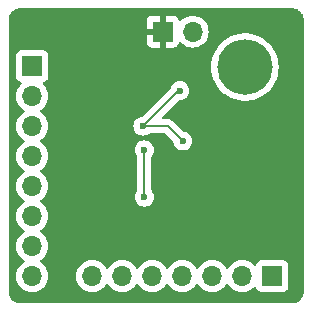
<source format=gbr>
%TF.GenerationSoftware,KiCad,Pcbnew,8.0.6-1.fc41*%
%TF.CreationDate,2024-12-07T12:30:27-05:00*%
%TF.ProjectId,AD5676_breakout,41443536-3736-45f6-9272-65616b6f7574,rev?*%
%TF.SameCoordinates,Original*%
%TF.FileFunction,Copper,L2,Bot*%
%TF.FilePolarity,Positive*%
%FSLAX46Y46*%
G04 Gerber Fmt 4.6, Leading zero omitted, Abs format (unit mm)*
G04 Created by KiCad (PCBNEW 8.0.6-1.fc41) date 2024-12-07 12:30:27*
%MOMM*%
%LPD*%
G01*
G04 APERTURE LIST*
%TA.AperFunction,ComponentPad*%
%ADD10R,1.700000X1.700000*%
%TD*%
%TA.AperFunction,ComponentPad*%
%ADD11O,1.700000X1.700000*%
%TD*%
%TA.AperFunction,ComponentPad*%
%ADD12C,4.700000*%
%TD*%
%TA.AperFunction,ViaPad*%
%ADD13C,0.600000*%
%TD*%
%TA.AperFunction,Conductor*%
%ADD14C,0.200000*%
%TD*%
G04 APERTURE END LIST*
D10*
%TO.P,J2,1,Pin_1*%
%TO.N,RESET*%
X159820000Y-106200000D03*
D11*
%TO.P,J2,2,Pin_2*%
%TO.N,MISO*%
X157280000Y-106200000D03*
%TO.P,J2,3,Pin_3*%
%TO.N,LDAC*%
X154740000Y-106200000D03*
%TO.P,J2,4,Pin_4*%
%TO.N,CS*%
X152200000Y-106200000D03*
%TO.P,J2,5,Pin_5*%
%TO.N,SCLK*%
X149660000Y-106200000D03*
%TO.P,J2,6,Pin_6*%
%TO.N,MOSI*%
X147120000Y-106200000D03*
%TO.P,J2,7,Pin_7*%
%TO.N,3v3*%
X144580000Y-106200000D03*
%TD*%
D12*
%TO.P,H1,1*%
%TO.N,N/C*%
X157500000Y-88500000D03*
%TD*%
D10*
%TO.P,J1,1,Pin_1*%
%TO.N,AOUT1*%
X139500000Y-88420000D03*
D11*
%TO.P,J1,2,Pin_2*%
%TO.N,AOUT2*%
X139500000Y-90960000D03*
%TO.P,J1,3,Pin_3*%
%TO.N,AOUT3*%
X139500000Y-93500000D03*
%TO.P,J1,4,Pin_4*%
%TO.N,AOUT4*%
X139500000Y-96040000D03*
%TO.P,J1,5,Pin_5*%
%TO.N,AOUT5*%
X139500000Y-98580000D03*
%TO.P,J1,6,Pin_6*%
%TO.N,AOUT6*%
X139500000Y-101120000D03*
%TO.P,J1,7,Pin_7*%
%TO.N,AOUT7*%
X139500000Y-103660000D03*
%TO.P,J1,8,Pin_8*%
%TO.N,AOUT8*%
X139500000Y-106200000D03*
%TD*%
D10*
%TO.P,J3,1,Pin_1*%
%TO.N,GND*%
X150540000Y-85490000D03*
D11*
%TO.P,J3,2,Pin_2*%
%TO.N,5v*%
X153080000Y-85490000D03*
%TD*%
D13*
%TO.N,GND*%
X146250000Y-98000000D03*
X146000000Y-92000000D03*
X154694485Y-97805515D03*
%TO.N,5v*%
X152000000Y-90500000D03*
X148861502Y-93500000D03*
X152250000Y-94750000D03*
%TO.N,3v3*%
X149000000Y-99500000D03*
X148994000Y-95500000D03*
%TD*%
D14*
%TO.N,5v*%
X151000000Y-93500000D02*
X148861502Y-93500000D01*
X152000000Y-90500000D02*
X151861502Y-90500000D01*
X151861502Y-90500000D02*
X148861502Y-93500000D01*
X152250000Y-94750000D02*
X151000000Y-93500000D01*
%TO.N,3v3*%
X148994000Y-99494000D02*
X149000000Y-99500000D01*
X148994000Y-95500000D02*
X148994000Y-99494000D01*
%TD*%
%TA.AperFunction,Conductor*%
%TO.N,GND*%
G36*
X161501509Y-83500037D02*
G01*
X161507232Y-83500177D01*
X161587583Y-83502145D01*
X161608728Y-83504490D01*
X161779013Y-83538362D01*
X161802261Y-83545413D01*
X161961257Y-83611272D01*
X161982692Y-83622730D01*
X162125775Y-83718335D01*
X162144565Y-83733756D01*
X162266243Y-83855434D01*
X162281664Y-83874224D01*
X162377269Y-84017307D01*
X162388728Y-84038745D01*
X162436856Y-84154936D01*
X162454583Y-84197731D01*
X162461639Y-84220993D01*
X162495508Y-84391266D01*
X162497854Y-84412419D01*
X162499963Y-84498488D01*
X162500000Y-84501526D01*
X162500000Y-107498473D01*
X162499963Y-107501511D01*
X162497854Y-107587580D01*
X162495508Y-107608733D01*
X162461639Y-107779006D01*
X162454583Y-107802268D01*
X162388728Y-107961254D01*
X162377269Y-107982692D01*
X162281664Y-108125775D01*
X162266243Y-108144565D01*
X162144565Y-108266243D01*
X162125775Y-108281664D01*
X161982692Y-108377269D01*
X161961254Y-108388728D01*
X161802268Y-108454583D01*
X161779006Y-108461639D01*
X161608733Y-108495508D01*
X161587580Y-108497854D01*
X161504250Y-108499895D01*
X161501509Y-108499963D01*
X161498473Y-108500000D01*
X138501527Y-108500000D01*
X138498490Y-108499963D01*
X138412420Y-108497854D01*
X138391266Y-108495508D01*
X138220993Y-108461639D01*
X138197731Y-108454583D01*
X138038745Y-108388728D01*
X138017307Y-108377269D01*
X137874224Y-108281664D01*
X137855434Y-108266243D01*
X137733756Y-108144565D01*
X137718335Y-108125775D01*
X137622730Y-107982692D01*
X137611271Y-107961254D01*
X137545413Y-107802261D01*
X137538362Y-107779013D01*
X137504490Y-107608728D01*
X137502145Y-107587583D01*
X137500037Y-107501509D01*
X137500000Y-107498473D01*
X137500000Y-90959999D01*
X138144341Y-90959999D01*
X138144341Y-90960000D01*
X138164936Y-91195403D01*
X138164938Y-91195413D01*
X138226094Y-91423655D01*
X138226096Y-91423659D01*
X138226097Y-91423663D01*
X138325965Y-91637830D01*
X138325967Y-91637834D01*
X138461501Y-91831395D01*
X138461506Y-91831402D01*
X138628597Y-91998493D01*
X138628603Y-91998498D01*
X138814158Y-92128425D01*
X138857783Y-92183002D01*
X138864977Y-92252500D01*
X138833454Y-92314855D01*
X138814158Y-92331575D01*
X138628597Y-92461505D01*
X138461505Y-92628597D01*
X138325965Y-92822169D01*
X138325964Y-92822171D01*
X138226098Y-93036335D01*
X138226094Y-93036344D01*
X138164938Y-93264586D01*
X138164936Y-93264596D01*
X138144341Y-93499999D01*
X138144341Y-93500000D01*
X138164936Y-93735403D01*
X138164938Y-93735413D01*
X138226094Y-93963655D01*
X138226096Y-93963659D01*
X138226097Y-93963663D01*
X138290206Y-94101145D01*
X138325965Y-94177830D01*
X138325967Y-94177834D01*
X138461501Y-94371395D01*
X138461506Y-94371402D01*
X138628597Y-94538493D01*
X138628603Y-94538498D01*
X138814158Y-94668425D01*
X138857783Y-94723002D01*
X138864977Y-94792500D01*
X138833454Y-94854855D01*
X138814158Y-94871575D01*
X138628597Y-95001505D01*
X138461505Y-95168597D01*
X138325965Y-95362169D01*
X138325964Y-95362171D01*
X138226098Y-95576335D01*
X138226094Y-95576344D01*
X138164938Y-95804586D01*
X138164936Y-95804596D01*
X138144341Y-96039999D01*
X138144341Y-96040000D01*
X138164936Y-96275403D01*
X138164938Y-96275413D01*
X138226094Y-96503655D01*
X138226096Y-96503659D01*
X138226097Y-96503663D01*
X138325965Y-96717830D01*
X138325967Y-96717834D01*
X138461501Y-96911395D01*
X138461506Y-96911402D01*
X138628597Y-97078493D01*
X138628603Y-97078498D01*
X138814158Y-97208425D01*
X138857783Y-97263002D01*
X138864977Y-97332500D01*
X138833454Y-97394855D01*
X138814158Y-97411575D01*
X138628597Y-97541505D01*
X138461505Y-97708597D01*
X138325965Y-97902169D01*
X138325964Y-97902171D01*
X138226098Y-98116335D01*
X138226094Y-98116344D01*
X138164938Y-98344586D01*
X138164936Y-98344596D01*
X138144341Y-98579999D01*
X138144341Y-98580000D01*
X138164936Y-98815403D01*
X138164938Y-98815413D01*
X138226094Y-99043655D01*
X138226096Y-99043659D01*
X138226097Y-99043663D01*
X138275905Y-99150476D01*
X138325965Y-99257830D01*
X138325967Y-99257834D01*
X138461501Y-99451395D01*
X138461506Y-99451402D01*
X138628597Y-99618493D01*
X138628603Y-99618498D01*
X138814158Y-99748425D01*
X138857783Y-99803002D01*
X138864977Y-99872500D01*
X138833454Y-99934855D01*
X138814158Y-99951575D01*
X138628597Y-100081505D01*
X138461505Y-100248597D01*
X138325965Y-100442169D01*
X138325964Y-100442171D01*
X138226098Y-100656335D01*
X138226094Y-100656344D01*
X138164938Y-100884586D01*
X138164936Y-100884596D01*
X138144341Y-101119999D01*
X138144341Y-101120000D01*
X138164936Y-101355403D01*
X138164938Y-101355413D01*
X138226094Y-101583655D01*
X138226096Y-101583659D01*
X138226097Y-101583663D01*
X138325965Y-101797830D01*
X138325967Y-101797834D01*
X138461501Y-101991395D01*
X138461506Y-101991402D01*
X138628597Y-102158493D01*
X138628603Y-102158498D01*
X138814158Y-102288425D01*
X138857783Y-102343002D01*
X138864977Y-102412500D01*
X138833454Y-102474855D01*
X138814158Y-102491575D01*
X138628597Y-102621505D01*
X138461505Y-102788597D01*
X138325965Y-102982169D01*
X138325964Y-102982171D01*
X138226098Y-103196335D01*
X138226094Y-103196344D01*
X138164938Y-103424586D01*
X138164936Y-103424596D01*
X138144341Y-103659999D01*
X138144341Y-103660000D01*
X138164936Y-103895403D01*
X138164938Y-103895413D01*
X138226094Y-104123655D01*
X138226096Y-104123659D01*
X138226097Y-104123663D01*
X138325965Y-104337830D01*
X138325967Y-104337834D01*
X138461501Y-104531395D01*
X138461506Y-104531402D01*
X138628597Y-104698493D01*
X138628603Y-104698498D01*
X138814158Y-104828425D01*
X138857783Y-104883002D01*
X138864977Y-104952500D01*
X138833454Y-105014855D01*
X138814158Y-105031575D01*
X138628597Y-105161505D01*
X138461505Y-105328597D01*
X138325965Y-105522169D01*
X138325964Y-105522171D01*
X138226098Y-105736335D01*
X138226094Y-105736344D01*
X138164938Y-105964586D01*
X138164936Y-105964596D01*
X138144341Y-106199999D01*
X138144341Y-106200000D01*
X138164936Y-106435403D01*
X138164938Y-106435413D01*
X138226094Y-106663655D01*
X138226096Y-106663659D01*
X138226097Y-106663663D01*
X138230000Y-106672032D01*
X138325965Y-106877830D01*
X138325967Y-106877834D01*
X138434281Y-107032521D01*
X138461505Y-107071401D01*
X138628599Y-107238495D01*
X138725384Y-107306265D01*
X138822165Y-107374032D01*
X138822167Y-107374033D01*
X138822170Y-107374035D01*
X139036337Y-107473903D01*
X139264592Y-107535063D01*
X139441034Y-107550500D01*
X139499999Y-107555659D01*
X139500000Y-107555659D01*
X139500001Y-107555659D01*
X139558966Y-107550500D01*
X139735408Y-107535063D01*
X139963663Y-107473903D01*
X140177830Y-107374035D01*
X140371401Y-107238495D01*
X140538495Y-107071401D01*
X140674035Y-106877830D01*
X140773903Y-106663663D01*
X140835063Y-106435408D01*
X140855659Y-106200000D01*
X140855659Y-106199999D01*
X143224341Y-106199999D01*
X143224341Y-106200000D01*
X143244936Y-106435403D01*
X143244938Y-106435413D01*
X143306094Y-106663655D01*
X143306096Y-106663659D01*
X143306097Y-106663663D01*
X143310000Y-106672032D01*
X143405965Y-106877830D01*
X143405967Y-106877834D01*
X143514281Y-107032521D01*
X143541505Y-107071401D01*
X143708599Y-107238495D01*
X143805384Y-107306265D01*
X143902165Y-107374032D01*
X143902167Y-107374033D01*
X143902170Y-107374035D01*
X144116337Y-107473903D01*
X144344592Y-107535063D01*
X144521034Y-107550500D01*
X144579999Y-107555659D01*
X144580000Y-107555659D01*
X144580001Y-107555659D01*
X144638966Y-107550500D01*
X144815408Y-107535063D01*
X145043663Y-107473903D01*
X145257830Y-107374035D01*
X145451401Y-107238495D01*
X145618495Y-107071401D01*
X145748425Y-106885842D01*
X145803002Y-106842217D01*
X145872500Y-106835023D01*
X145934855Y-106866546D01*
X145951575Y-106885842D01*
X146081500Y-107071395D01*
X146081505Y-107071401D01*
X146248599Y-107238495D01*
X146345384Y-107306265D01*
X146442165Y-107374032D01*
X146442167Y-107374033D01*
X146442170Y-107374035D01*
X146656337Y-107473903D01*
X146884592Y-107535063D01*
X147061034Y-107550500D01*
X147119999Y-107555659D01*
X147120000Y-107555659D01*
X147120001Y-107555659D01*
X147178966Y-107550500D01*
X147355408Y-107535063D01*
X147583663Y-107473903D01*
X147797830Y-107374035D01*
X147991401Y-107238495D01*
X148158495Y-107071401D01*
X148288425Y-106885842D01*
X148343002Y-106842217D01*
X148412500Y-106835023D01*
X148474855Y-106866546D01*
X148491575Y-106885842D01*
X148621500Y-107071395D01*
X148621505Y-107071401D01*
X148788599Y-107238495D01*
X148885384Y-107306265D01*
X148982165Y-107374032D01*
X148982167Y-107374033D01*
X148982170Y-107374035D01*
X149196337Y-107473903D01*
X149424592Y-107535063D01*
X149601034Y-107550500D01*
X149659999Y-107555659D01*
X149660000Y-107555659D01*
X149660001Y-107555659D01*
X149718966Y-107550500D01*
X149895408Y-107535063D01*
X150123663Y-107473903D01*
X150337830Y-107374035D01*
X150531401Y-107238495D01*
X150698495Y-107071401D01*
X150828425Y-106885842D01*
X150883002Y-106842217D01*
X150952500Y-106835023D01*
X151014855Y-106866546D01*
X151031575Y-106885842D01*
X151161500Y-107071395D01*
X151161505Y-107071401D01*
X151328599Y-107238495D01*
X151425384Y-107306265D01*
X151522165Y-107374032D01*
X151522167Y-107374033D01*
X151522170Y-107374035D01*
X151736337Y-107473903D01*
X151964592Y-107535063D01*
X152141034Y-107550500D01*
X152199999Y-107555659D01*
X152200000Y-107555659D01*
X152200001Y-107555659D01*
X152258966Y-107550500D01*
X152435408Y-107535063D01*
X152663663Y-107473903D01*
X152877830Y-107374035D01*
X153071401Y-107238495D01*
X153238495Y-107071401D01*
X153368425Y-106885842D01*
X153423002Y-106842217D01*
X153492500Y-106835023D01*
X153554855Y-106866546D01*
X153571575Y-106885842D01*
X153701500Y-107071395D01*
X153701505Y-107071401D01*
X153868599Y-107238495D01*
X153965384Y-107306265D01*
X154062165Y-107374032D01*
X154062167Y-107374033D01*
X154062170Y-107374035D01*
X154276337Y-107473903D01*
X154504592Y-107535063D01*
X154681034Y-107550500D01*
X154739999Y-107555659D01*
X154740000Y-107555659D01*
X154740001Y-107555659D01*
X154798966Y-107550500D01*
X154975408Y-107535063D01*
X155203663Y-107473903D01*
X155417830Y-107374035D01*
X155611401Y-107238495D01*
X155778495Y-107071401D01*
X155908425Y-106885842D01*
X155963002Y-106842217D01*
X156032500Y-106835023D01*
X156094855Y-106866546D01*
X156111575Y-106885842D01*
X156241500Y-107071395D01*
X156241505Y-107071401D01*
X156408599Y-107238495D01*
X156505384Y-107306265D01*
X156602165Y-107374032D01*
X156602167Y-107374033D01*
X156602170Y-107374035D01*
X156816337Y-107473903D01*
X157044592Y-107535063D01*
X157221034Y-107550500D01*
X157279999Y-107555659D01*
X157280000Y-107555659D01*
X157280001Y-107555659D01*
X157338966Y-107550500D01*
X157515408Y-107535063D01*
X157743663Y-107473903D01*
X157957830Y-107374035D01*
X158151401Y-107238495D01*
X158273329Y-107116566D01*
X158334648Y-107083084D01*
X158404340Y-107088068D01*
X158460274Y-107129939D01*
X158477189Y-107160917D01*
X158526202Y-107292328D01*
X158526206Y-107292335D01*
X158612452Y-107407544D01*
X158612455Y-107407547D01*
X158727664Y-107493793D01*
X158727671Y-107493797D01*
X158862517Y-107544091D01*
X158862516Y-107544091D01*
X158869444Y-107544835D01*
X158922127Y-107550500D01*
X160717872Y-107550499D01*
X160777483Y-107544091D01*
X160912331Y-107493796D01*
X161027546Y-107407546D01*
X161113796Y-107292331D01*
X161164091Y-107157483D01*
X161170500Y-107097873D01*
X161170499Y-105302128D01*
X161164091Y-105242517D01*
X161162810Y-105239083D01*
X161113797Y-105107671D01*
X161113793Y-105107664D01*
X161027547Y-104992455D01*
X161027544Y-104992452D01*
X160912335Y-104906206D01*
X160912328Y-104906202D01*
X160777482Y-104855908D01*
X160777483Y-104855908D01*
X160717883Y-104849501D01*
X160717881Y-104849500D01*
X160717873Y-104849500D01*
X160717864Y-104849500D01*
X158922129Y-104849500D01*
X158922123Y-104849501D01*
X158862516Y-104855908D01*
X158727671Y-104906202D01*
X158727664Y-104906206D01*
X158612455Y-104992452D01*
X158612452Y-104992455D01*
X158526206Y-105107664D01*
X158526203Y-105107669D01*
X158477189Y-105239083D01*
X158435317Y-105295016D01*
X158369853Y-105319433D01*
X158301580Y-105304581D01*
X158273326Y-105283430D01*
X158151402Y-105161506D01*
X158151395Y-105161501D01*
X157957834Y-105025967D01*
X157957830Y-105025965D01*
X157957828Y-105025964D01*
X157743663Y-104926097D01*
X157743659Y-104926096D01*
X157743655Y-104926094D01*
X157515413Y-104864938D01*
X157515403Y-104864936D01*
X157280001Y-104844341D01*
X157279999Y-104844341D01*
X157044596Y-104864936D01*
X157044586Y-104864938D01*
X156816344Y-104926094D01*
X156816335Y-104926098D01*
X156602171Y-105025964D01*
X156602169Y-105025965D01*
X156408597Y-105161505D01*
X156241505Y-105328597D01*
X156111575Y-105514158D01*
X156056998Y-105557783D01*
X155987500Y-105564977D01*
X155925145Y-105533454D01*
X155908425Y-105514158D01*
X155778494Y-105328597D01*
X155611402Y-105161506D01*
X155611395Y-105161501D01*
X155417834Y-105025967D01*
X155417830Y-105025965D01*
X155417828Y-105025964D01*
X155203663Y-104926097D01*
X155203659Y-104926096D01*
X155203655Y-104926094D01*
X154975413Y-104864938D01*
X154975403Y-104864936D01*
X154740001Y-104844341D01*
X154739999Y-104844341D01*
X154504596Y-104864936D01*
X154504586Y-104864938D01*
X154276344Y-104926094D01*
X154276335Y-104926098D01*
X154062171Y-105025964D01*
X154062169Y-105025965D01*
X153868597Y-105161505D01*
X153701505Y-105328597D01*
X153571575Y-105514158D01*
X153516998Y-105557783D01*
X153447500Y-105564977D01*
X153385145Y-105533454D01*
X153368425Y-105514158D01*
X153238494Y-105328597D01*
X153071402Y-105161506D01*
X153071395Y-105161501D01*
X152877834Y-105025967D01*
X152877830Y-105025965D01*
X152877828Y-105025964D01*
X152663663Y-104926097D01*
X152663659Y-104926096D01*
X152663655Y-104926094D01*
X152435413Y-104864938D01*
X152435403Y-104864936D01*
X152200001Y-104844341D01*
X152199999Y-104844341D01*
X151964596Y-104864936D01*
X151964586Y-104864938D01*
X151736344Y-104926094D01*
X151736335Y-104926098D01*
X151522171Y-105025964D01*
X151522169Y-105025965D01*
X151328597Y-105161505D01*
X151161505Y-105328597D01*
X151031575Y-105514158D01*
X150976998Y-105557783D01*
X150907500Y-105564977D01*
X150845145Y-105533454D01*
X150828425Y-105514158D01*
X150698494Y-105328597D01*
X150531402Y-105161506D01*
X150531395Y-105161501D01*
X150337834Y-105025967D01*
X150337830Y-105025965D01*
X150337828Y-105025964D01*
X150123663Y-104926097D01*
X150123659Y-104926096D01*
X150123655Y-104926094D01*
X149895413Y-104864938D01*
X149895403Y-104864936D01*
X149660001Y-104844341D01*
X149659999Y-104844341D01*
X149424596Y-104864936D01*
X149424586Y-104864938D01*
X149196344Y-104926094D01*
X149196335Y-104926098D01*
X148982171Y-105025964D01*
X148982169Y-105025965D01*
X148788597Y-105161505D01*
X148621505Y-105328597D01*
X148491575Y-105514158D01*
X148436998Y-105557783D01*
X148367500Y-105564977D01*
X148305145Y-105533454D01*
X148288425Y-105514158D01*
X148158494Y-105328597D01*
X147991402Y-105161506D01*
X147991395Y-105161501D01*
X147797834Y-105025967D01*
X147797830Y-105025965D01*
X147797828Y-105025964D01*
X147583663Y-104926097D01*
X147583659Y-104926096D01*
X147583655Y-104926094D01*
X147355413Y-104864938D01*
X147355403Y-104864936D01*
X147120001Y-104844341D01*
X147119999Y-104844341D01*
X146884596Y-104864936D01*
X146884586Y-104864938D01*
X146656344Y-104926094D01*
X146656335Y-104926098D01*
X146442171Y-105025964D01*
X146442169Y-105025965D01*
X146248597Y-105161505D01*
X146081505Y-105328597D01*
X145951575Y-105514158D01*
X145896998Y-105557783D01*
X145827500Y-105564977D01*
X145765145Y-105533454D01*
X145748425Y-105514158D01*
X145618494Y-105328597D01*
X145451402Y-105161506D01*
X145451395Y-105161501D01*
X145257834Y-105025967D01*
X145257830Y-105025965D01*
X145257828Y-105025964D01*
X145043663Y-104926097D01*
X145043659Y-104926096D01*
X145043655Y-104926094D01*
X144815413Y-104864938D01*
X144815403Y-104864936D01*
X144580001Y-104844341D01*
X144579999Y-104844341D01*
X144344596Y-104864936D01*
X144344586Y-104864938D01*
X144116344Y-104926094D01*
X144116335Y-104926098D01*
X143902171Y-105025964D01*
X143902169Y-105025965D01*
X143708597Y-105161505D01*
X143541505Y-105328597D01*
X143405965Y-105522169D01*
X143405964Y-105522171D01*
X143306098Y-105736335D01*
X143306094Y-105736344D01*
X143244938Y-105964586D01*
X143244936Y-105964596D01*
X143224341Y-106199999D01*
X140855659Y-106199999D01*
X140835063Y-105964592D01*
X140773903Y-105736337D01*
X140674035Y-105522171D01*
X140668425Y-105514158D01*
X140538494Y-105328597D01*
X140371402Y-105161506D01*
X140371396Y-105161501D01*
X140185842Y-105031575D01*
X140142217Y-104976998D01*
X140135023Y-104907500D01*
X140166546Y-104845145D01*
X140185842Y-104828425D01*
X140208026Y-104812891D01*
X140371401Y-104698495D01*
X140538495Y-104531401D01*
X140674035Y-104337830D01*
X140773903Y-104123663D01*
X140835063Y-103895408D01*
X140855659Y-103660000D01*
X140835063Y-103424592D01*
X140773903Y-103196337D01*
X140674035Y-102982171D01*
X140538495Y-102788599D01*
X140538494Y-102788597D01*
X140371402Y-102621506D01*
X140371396Y-102621501D01*
X140185842Y-102491575D01*
X140142217Y-102436998D01*
X140135023Y-102367500D01*
X140166546Y-102305145D01*
X140185842Y-102288425D01*
X140208026Y-102272891D01*
X140371401Y-102158495D01*
X140538495Y-101991401D01*
X140674035Y-101797830D01*
X140773903Y-101583663D01*
X140835063Y-101355408D01*
X140855659Y-101120000D01*
X140835063Y-100884592D01*
X140773903Y-100656337D01*
X140674035Y-100442171D01*
X140538495Y-100248599D01*
X140538494Y-100248597D01*
X140371402Y-100081506D01*
X140371396Y-100081501D01*
X140185842Y-99951575D01*
X140142217Y-99896998D01*
X140135023Y-99827500D01*
X140166546Y-99765145D01*
X140185842Y-99748425D01*
X140208026Y-99732891D01*
X140371401Y-99618495D01*
X140538495Y-99451401D01*
X140674035Y-99257830D01*
X140773903Y-99043663D01*
X140835063Y-98815408D01*
X140855659Y-98580000D01*
X140835063Y-98344592D01*
X140773903Y-98116337D01*
X140674035Y-97902171D01*
X140538495Y-97708599D01*
X140538494Y-97708597D01*
X140371402Y-97541506D01*
X140371396Y-97541501D01*
X140185842Y-97411575D01*
X140142217Y-97356998D01*
X140135023Y-97287500D01*
X140166546Y-97225145D01*
X140185842Y-97208425D01*
X140208026Y-97192891D01*
X140371401Y-97078495D01*
X140538495Y-96911401D01*
X140674035Y-96717830D01*
X140773903Y-96503663D01*
X140835063Y-96275408D01*
X140855659Y-96040000D01*
X140835063Y-95804592D01*
X140773903Y-95576337D01*
X140738304Y-95499996D01*
X148188435Y-95499996D01*
X148188435Y-95500003D01*
X148208630Y-95679249D01*
X148208631Y-95679254D01*
X148268211Y-95849523D01*
X148364185Y-96002263D01*
X148366445Y-96005097D01*
X148367334Y-96007275D01*
X148367889Y-96008158D01*
X148367734Y-96008255D01*
X148392855Y-96069783D01*
X148393500Y-96082412D01*
X148393500Y-98925111D01*
X148373815Y-98992150D01*
X148372847Y-98993499D01*
X148274211Y-99150476D01*
X148214631Y-99320745D01*
X148214630Y-99320750D01*
X148194435Y-99499996D01*
X148194435Y-99500003D01*
X148214630Y-99679249D01*
X148214631Y-99679254D01*
X148274211Y-99849523D01*
X148274511Y-99850000D01*
X148370184Y-100002262D01*
X148497738Y-100129816D01*
X148650478Y-100225789D01*
X148820745Y-100285368D01*
X148820750Y-100285369D01*
X148999996Y-100305565D01*
X149000000Y-100305565D01*
X149000004Y-100305565D01*
X149179249Y-100285369D01*
X149179252Y-100285368D01*
X149179255Y-100285368D01*
X149349522Y-100225789D01*
X149502262Y-100129816D01*
X149629816Y-100002262D01*
X149725789Y-99849522D01*
X149785368Y-99679255D01*
X149805565Y-99500000D01*
X149800089Y-99451402D01*
X149785369Y-99320750D01*
X149785368Y-99320745D01*
X149725788Y-99150476D01*
X149658673Y-99043664D01*
X149629816Y-98997738D01*
X149629815Y-98997737D01*
X149625475Y-98992295D01*
X149626745Y-98991281D01*
X149597334Y-98937418D01*
X149594500Y-98911060D01*
X149594500Y-96082412D01*
X149614185Y-96015373D01*
X149621555Y-96005097D01*
X149623810Y-96002267D01*
X149623816Y-96002262D01*
X149719789Y-95849522D01*
X149779368Y-95679255D01*
X149779369Y-95679249D01*
X149799565Y-95500003D01*
X149799565Y-95499996D01*
X149779369Y-95320750D01*
X149779368Y-95320745D01*
X149719788Y-95150476D01*
X149680582Y-95088080D01*
X149623816Y-94997738D01*
X149496262Y-94870184D01*
X149451933Y-94842330D01*
X149343523Y-94774211D01*
X149173254Y-94714631D01*
X149173249Y-94714630D01*
X148994004Y-94694435D01*
X148993996Y-94694435D01*
X148814750Y-94714630D01*
X148814745Y-94714631D01*
X148644476Y-94774211D01*
X148491737Y-94870184D01*
X148364184Y-94997737D01*
X148268211Y-95150476D01*
X148208631Y-95320745D01*
X148208630Y-95320750D01*
X148188435Y-95499996D01*
X140738304Y-95499996D01*
X140674035Y-95362171D01*
X140645029Y-95320745D01*
X140538494Y-95168597D01*
X140371402Y-95001506D01*
X140371396Y-95001501D01*
X140185842Y-94871575D01*
X140142217Y-94816998D01*
X140135023Y-94747500D01*
X140166546Y-94685145D01*
X140185842Y-94668425D01*
X140325343Y-94570745D01*
X140371401Y-94538495D01*
X140538495Y-94371401D01*
X140674035Y-94177830D01*
X140773903Y-93963663D01*
X140835063Y-93735408D01*
X140855659Y-93500000D01*
X140855659Y-93499996D01*
X148055937Y-93499996D01*
X148055937Y-93500003D01*
X148076132Y-93679249D01*
X148076133Y-93679254D01*
X148135713Y-93849523D01*
X148207433Y-93963664D01*
X148231686Y-94002262D01*
X148359240Y-94129816D01*
X148511980Y-94225789D01*
X148574704Y-94247737D01*
X148682247Y-94285368D01*
X148682252Y-94285369D01*
X148861498Y-94305565D01*
X148861502Y-94305565D01*
X148861506Y-94305565D01*
X149040751Y-94285369D01*
X149040754Y-94285368D01*
X149040757Y-94285368D01*
X149211024Y-94225789D01*
X149363764Y-94129816D01*
X149363769Y-94129810D01*
X149366599Y-94127555D01*
X149368777Y-94126665D01*
X149369660Y-94126111D01*
X149369757Y-94126265D01*
X149431285Y-94101145D01*
X149443914Y-94100500D01*
X150699903Y-94100500D01*
X150766942Y-94120185D01*
X150787584Y-94136819D01*
X151419298Y-94768533D01*
X151452783Y-94829856D01*
X151454837Y-94842330D01*
X151464630Y-94929249D01*
X151524210Y-95099521D01*
X151556229Y-95150478D01*
X151620184Y-95252262D01*
X151747738Y-95379816D01*
X151900478Y-95475789D01*
X151969678Y-95500003D01*
X152070745Y-95535368D01*
X152070750Y-95535369D01*
X152249996Y-95555565D01*
X152250000Y-95555565D01*
X152250004Y-95555565D01*
X152429249Y-95535369D01*
X152429252Y-95535368D01*
X152429255Y-95535368D01*
X152599522Y-95475789D01*
X152752262Y-95379816D01*
X152879816Y-95252262D01*
X152975789Y-95099522D01*
X153035368Y-94929255D01*
X153045162Y-94842330D01*
X153055565Y-94750003D01*
X153055565Y-94749996D01*
X153035369Y-94570750D01*
X153035368Y-94570745D01*
X153024083Y-94538495D01*
X152975789Y-94400478D01*
X152879816Y-94247738D01*
X152752262Y-94120184D01*
X152720935Y-94100500D01*
X152599521Y-94024210D01*
X152429249Y-93964630D01*
X152342330Y-93954837D01*
X152277916Y-93927770D01*
X152268533Y-93919298D01*
X151487590Y-93138355D01*
X151487588Y-93138352D01*
X151368717Y-93019481D01*
X151368709Y-93019475D01*
X151266936Y-92960717D01*
X151266934Y-92960716D01*
X151231790Y-92940425D01*
X151231789Y-92940424D01*
X151219263Y-92937067D01*
X151079057Y-92899499D01*
X150920943Y-92899499D01*
X150913347Y-92899499D01*
X150913331Y-92899500D01*
X150610599Y-92899500D01*
X150543560Y-92879815D01*
X150497805Y-92827011D01*
X150487861Y-92757853D01*
X150516886Y-92694297D01*
X150522918Y-92687819D01*
X151082312Y-92128425D01*
X151872551Y-91338185D01*
X151933872Y-91304702D01*
X151974113Y-91302648D01*
X152000000Y-91305565D01*
X152000000Y-91305564D01*
X152000001Y-91305565D01*
X152000003Y-91305565D01*
X152179249Y-91285369D01*
X152179252Y-91285368D01*
X152179255Y-91285368D01*
X152349522Y-91225789D01*
X152502262Y-91129816D01*
X152629816Y-91002262D01*
X152725789Y-90849522D01*
X152785368Y-90679255D01*
X152796901Y-90576895D01*
X152805565Y-90500003D01*
X152805565Y-90499996D01*
X152785369Y-90320750D01*
X152785368Y-90320745D01*
X152725788Y-90150476D01*
X152629815Y-89997737D01*
X152502262Y-89870184D01*
X152349523Y-89774211D01*
X152179254Y-89714631D01*
X152179249Y-89714630D01*
X152000004Y-89694435D01*
X151999996Y-89694435D01*
X151820750Y-89714630D01*
X151820745Y-89714631D01*
X151650476Y-89774211D01*
X151497737Y-89870184D01*
X151370184Y-89997737D01*
X151274212Y-90150475D01*
X151274211Y-90150476D01*
X151236418Y-90258481D01*
X151207058Y-90305206D01*
X148842967Y-92669298D01*
X148781644Y-92702783D01*
X148769170Y-92704837D01*
X148682252Y-92714630D01*
X148511980Y-92774210D01*
X148359239Y-92870184D01*
X148231686Y-92997737D01*
X148135713Y-93150476D01*
X148076133Y-93320745D01*
X148076132Y-93320750D01*
X148055937Y-93499996D01*
X140855659Y-93499996D01*
X140835063Y-93264592D01*
X140773903Y-93036337D01*
X140674035Y-92822171D01*
X140640454Y-92774211D01*
X140538494Y-92628597D01*
X140371402Y-92461506D01*
X140371396Y-92461501D01*
X140185842Y-92331575D01*
X140142217Y-92276998D01*
X140135023Y-92207500D01*
X140166546Y-92145145D01*
X140185842Y-92128425D01*
X140208026Y-92112891D01*
X140371401Y-91998495D01*
X140538495Y-91831401D01*
X140674035Y-91637830D01*
X140773903Y-91423663D01*
X140835063Y-91195408D01*
X140855659Y-90960000D01*
X140835063Y-90724592D01*
X140774885Y-90500003D01*
X140773905Y-90496344D01*
X140773904Y-90496343D01*
X140773903Y-90496337D01*
X140674035Y-90282171D01*
X140657447Y-90258481D01*
X140538496Y-90088600D01*
X140518926Y-90069030D01*
X140416567Y-89966671D01*
X140383084Y-89905351D01*
X140388068Y-89835659D01*
X140429939Y-89779725D01*
X140460915Y-89762810D01*
X140592331Y-89713796D01*
X140707546Y-89627546D01*
X140793796Y-89512331D01*
X140844091Y-89377483D01*
X140850500Y-89317873D01*
X140850500Y-88499996D01*
X154644669Y-88499996D01*
X154644669Y-88500003D01*
X154663976Y-88831484D01*
X154663977Y-88831495D01*
X154721631Y-89158467D01*
X154721634Y-89158481D01*
X154816866Y-89476580D01*
X154948379Y-89781461D01*
X154948385Y-89781474D01*
X155114406Y-90069031D01*
X155312678Y-90335356D01*
X155312683Y-90335362D01*
X155312690Y-90335371D01*
X155540553Y-90576893D01*
X155724689Y-90731400D01*
X155794912Y-90790325D01*
X155794920Y-90790331D01*
X156072330Y-90972787D01*
X156072334Y-90972789D01*
X156369061Y-91121811D01*
X156681082Y-91235377D01*
X156681088Y-91235378D01*
X156681090Y-91235379D01*
X157004161Y-91311949D01*
X157004168Y-91311950D01*
X157004177Y-91311952D01*
X157333977Y-91350500D01*
X157333984Y-91350500D01*
X157666016Y-91350500D01*
X157666023Y-91350500D01*
X157995823Y-91311952D01*
X157995832Y-91311949D01*
X157995838Y-91311949D01*
X158256445Y-91250183D01*
X158318918Y-91235377D01*
X158630939Y-91121811D01*
X158927666Y-90972789D01*
X159205085Y-90790327D01*
X159459447Y-90576893D01*
X159687310Y-90335371D01*
X159885594Y-90069030D01*
X160051617Y-89781470D01*
X160183133Y-89476581D01*
X160278365Y-89158485D01*
X160336024Y-88831484D01*
X160355331Y-88500000D01*
X160336024Y-88168516D01*
X160278365Y-87841515D01*
X160183133Y-87523419D01*
X160051617Y-87218530D01*
X159885594Y-86930970D01*
X159885593Y-86930968D01*
X159687321Y-86664643D01*
X159687314Y-86664635D01*
X159687310Y-86664629D01*
X159459447Y-86423107D01*
X159297153Y-86286926D01*
X159205087Y-86209674D01*
X159205079Y-86209668D01*
X158927669Y-86027212D01*
X158630946Y-85878192D01*
X158630940Y-85878189D01*
X158318930Y-85764627D01*
X158318909Y-85764620D01*
X157995838Y-85688050D01*
X157995823Y-85688048D01*
X157666023Y-85649500D01*
X157333977Y-85649500D01*
X157047425Y-85682993D01*
X157004176Y-85688048D01*
X157004161Y-85688050D01*
X156681090Y-85764620D01*
X156681069Y-85764627D01*
X156369059Y-85878189D01*
X156369053Y-85878192D01*
X156072330Y-86027212D01*
X155794920Y-86209668D01*
X155794912Y-86209674D01*
X155603632Y-86370178D01*
X155540553Y-86423107D01*
X155312690Y-86664629D01*
X155312687Y-86664632D01*
X155312685Y-86664635D01*
X155312678Y-86664643D01*
X155114406Y-86930968D01*
X154948385Y-87218525D01*
X154948379Y-87218538D01*
X154816866Y-87523419D01*
X154721634Y-87841518D01*
X154721631Y-87841532D01*
X154663977Y-88168504D01*
X154663976Y-88168515D01*
X154644669Y-88499996D01*
X140850500Y-88499996D01*
X140850499Y-87522128D01*
X140844091Y-87462517D01*
X140793796Y-87327669D01*
X140793795Y-87327668D01*
X140793793Y-87327664D01*
X140707547Y-87212455D01*
X140707544Y-87212452D01*
X140592335Y-87126206D01*
X140592328Y-87126202D01*
X140457482Y-87075908D01*
X140457483Y-87075908D01*
X140397883Y-87069501D01*
X140397881Y-87069500D01*
X140397873Y-87069500D01*
X140397864Y-87069500D01*
X138602129Y-87069500D01*
X138602123Y-87069501D01*
X138542516Y-87075908D01*
X138407671Y-87126202D01*
X138407664Y-87126206D01*
X138292455Y-87212452D01*
X138292452Y-87212455D01*
X138206206Y-87327664D01*
X138206202Y-87327671D01*
X138155908Y-87462517D01*
X138149501Y-87522116D01*
X138149501Y-87522123D01*
X138149500Y-87522135D01*
X138149500Y-89317870D01*
X138149501Y-89317876D01*
X138155908Y-89377483D01*
X138206202Y-89512328D01*
X138206206Y-89512335D01*
X138292452Y-89627544D01*
X138292455Y-89627547D01*
X138407664Y-89713793D01*
X138407671Y-89713797D01*
X138539081Y-89762810D01*
X138595015Y-89804681D01*
X138619432Y-89870145D01*
X138604580Y-89938418D01*
X138583430Y-89966673D01*
X138461503Y-90088600D01*
X138325965Y-90282169D01*
X138325964Y-90282171D01*
X138226098Y-90496335D01*
X138226094Y-90496344D01*
X138164938Y-90724586D01*
X138164936Y-90724596D01*
X138144341Y-90959999D01*
X137500000Y-90959999D01*
X137500000Y-84592155D01*
X149190000Y-84592155D01*
X149190000Y-85240000D01*
X150106988Y-85240000D01*
X150074075Y-85297007D01*
X150040000Y-85424174D01*
X150040000Y-85555826D01*
X150074075Y-85682993D01*
X150106988Y-85740000D01*
X149190000Y-85740000D01*
X149190000Y-86387844D01*
X149196401Y-86447372D01*
X149196403Y-86447379D01*
X149246645Y-86582086D01*
X149246649Y-86582093D01*
X149332809Y-86697187D01*
X149332812Y-86697190D01*
X149447906Y-86783350D01*
X149447913Y-86783354D01*
X149582620Y-86833596D01*
X149582627Y-86833598D01*
X149642155Y-86839999D01*
X149642172Y-86840000D01*
X150290000Y-86840000D01*
X150290000Y-85923012D01*
X150347007Y-85955925D01*
X150474174Y-85990000D01*
X150605826Y-85990000D01*
X150732993Y-85955925D01*
X150790000Y-85923012D01*
X150790000Y-86840000D01*
X151437828Y-86840000D01*
X151437844Y-86839999D01*
X151497372Y-86833598D01*
X151497379Y-86833596D01*
X151632086Y-86783354D01*
X151632093Y-86783350D01*
X151747187Y-86697190D01*
X151747190Y-86697187D01*
X151833350Y-86582093D01*
X151833354Y-86582086D01*
X151882422Y-86450529D01*
X151924293Y-86394595D01*
X151989757Y-86370178D01*
X152058030Y-86385030D01*
X152086285Y-86406181D01*
X152208599Y-86528495D01*
X152285135Y-86582086D01*
X152402165Y-86664032D01*
X152402167Y-86664033D01*
X152402170Y-86664035D01*
X152616337Y-86763903D01*
X152844592Y-86825063D01*
X153015319Y-86840000D01*
X153079999Y-86845659D01*
X153080000Y-86845659D01*
X153080001Y-86845659D01*
X153144681Y-86840000D01*
X153315408Y-86825063D01*
X153543663Y-86763903D01*
X153757830Y-86664035D01*
X153951401Y-86528495D01*
X154118495Y-86361401D01*
X154254035Y-86167830D01*
X154353903Y-85953663D01*
X154415063Y-85725408D01*
X154435659Y-85490000D01*
X154415063Y-85254592D01*
X154353903Y-85026337D01*
X154254035Y-84812171D01*
X154118495Y-84618599D01*
X154118494Y-84618597D01*
X153951402Y-84451506D01*
X153951395Y-84451501D01*
X153757834Y-84315967D01*
X153757830Y-84315965D01*
X153686727Y-84282809D01*
X153543663Y-84216097D01*
X153543659Y-84216096D01*
X153543655Y-84216094D01*
X153315413Y-84154938D01*
X153315403Y-84154936D01*
X153080001Y-84134341D01*
X153079999Y-84134341D01*
X152844596Y-84154936D01*
X152844586Y-84154938D01*
X152616344Y-84216094D01*
X152616335Y-84216098D01*
X152402171Y-84315964D01*
X152402169Y-84315965D01*
X152208600Y-84451503D01*
X152086284Y-84573819D01*
X152024961Y-84607303D01*
X151955269Y-84602319D01*
X151899336Y-84560447D01*
X151882421Y-84529470D01*
X151833354Y-84397913D01*
X151833350Y-84397906D01*
X151747190Y-84282812D01*
X151747187Y-84282809D01*
X151632093Y-84196649D01*
X151632086Y-84196645D01*
X151497379Y-84146403D01*
X151497372Y-84146401D01*
X151437844Y-84140000D01*
X150790000Y-84140000D01*
X150790000Y-85056988D01*
X150732993Y-85024075D01*
X150605826Y-84990000D01*
X150474174Y-84990000D01*
X150347007Y-85024075D01*
X150290000Y-85056988D01*
X150290000Y-84140000D01*
X149642155Y-84140000D01*
X149582627Y-84146401D01*
X149582620Y-84146403D01*
X149447913Y-84196645D01*
X149447906Y-84196649D01*
X149332812Y-84282809D01*
X149332809Y-84282812D01*
X149246649Y-84397906D01*
X149246645Y-84397913D01*
X149196403Y-84532620D01*
X149196401Y-84532627D01*
X149190000Y-84592155D01*
X137500000Y-84592155D01*
X137500000Y-84501526D01*
X137500037Y-84498490D01*
X137502145Y-84412421D01*
X137502146Y-84412419D01*
X137502145Y-84412415D01*
X137504490Y-84391272D01*
X137538362Y-84220983D01*
X137545412Y-84197741D01*
X137611274Y-84038738D01*
X137622726Y-84017314D01*
X137718338Y-83874219D01*
X137733751Y-83855439D01*
X137855439Y-83733751D01*
X137874219Y-83718338D01*
X138017314Y-83622726D01*
X138038738Y-83611274D01*
X138197741Y-83545412D01*
X138220983Y-83538362D01*
X138391272Y-83504490D01*
X138412415Y-83502145D01*
X138493037Y-83500170D01*
X138498491Y-83500037D01*
X138501527Y-83500000D01*
X161498473Y-83500000D01*
X161501509Y-83500037D01*
G37*
%TD.AperFunction*%
%TD*%
M02*

</source>
